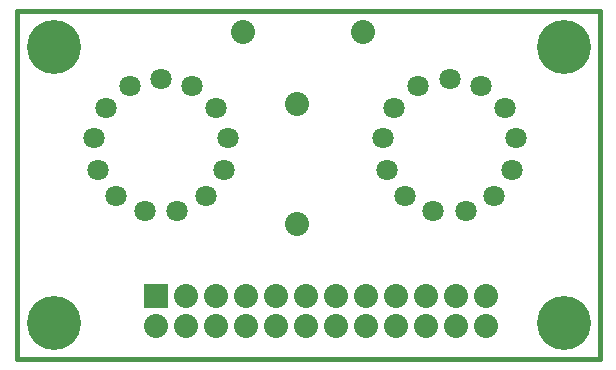
<source format=gts>
G04 (created by PCBNEW-RS274X (2011-04-29 BZR 2986)-stable) date 8/31/2011 10:38:09 PM*
G01*
G70*
G90*
%MOIN*%
G04 Gerber Fmt 3.4, Leading zero omitted, Abs format*
%FSLAX34Y34*%
G04 APERTURE LIST*
%ADD10C,0.006000*%
%ADD11C,0.015000*%
%ADD12R,0.080000X0.080000*%
%ADD13C,0.080000*%
%ADD14C,0.180000*%
%ADD15C,0.071200*%
G04 APERTURE END LIST*
G54D10*
G54D11*
X07800Y-18600D02*
X27200Y-18600D01*
X07800Y-07000D02*
X27200Y-07000D01*
X07781Y-07000D02*
X07781Y-18600D01*
X27200Y-18600D02*
X27200Y-07000D01*
G54D12*
X12400Y-16500D03*
G54D13*
X12400Y-17500D03*
X13400Y-16500D03*
X13400Y-17500D03*
X14400Y-16500D03*
X14400Y-17500D03*
X15400Y-16500D03*
X15400Y-17500D03*
X16400Y-16500D03*
X16400Y-17500D03*
X17400Y-16500D03*
X17400Y-17500D03*
X18400Y-16500D03*
X18400Y-17500D03*
X19400Y-16500D03*
X19400Y-17500D03*
X20400Y-16500D03*
X20400Y-17500D03*
X21400Y-16500D03*
X21400Y-17500D03*
X22400Y-16500D03*
X22400Y-17500D03*
X23400Y-16500D03*
X23400Y-17500D03*
G54D14*
X26000Y-08200D03*
X26000Y-17400D03*
X09000Y-17400D03*
X09000Y-08200D03*
G54D15*
X12581Y-09256D03*
X13624Y-09512D03*
X14427Y-10224D03*
X14809Y-11228D03*
X14679Y-12295D03*
X14069Y-13181D03*
X13120Y-13677D03*
X12042Y-13677D03*
X11093Y-13181D03*
X10483Y-12295D03*
X10353Y-11228D03*
X10735Y-10224D03*
X11538Y-09512D03*
X22200Y-09256D03*
X23243Y-09512D03*
X24046Y-10224D03*
X24428Y-11228D03*
X24298Y-12295D03*
X23688Y-13181D03*
X22739Y-13677D03*
X21661Y-13677D03*
X20712Y-13181D03*
X20102Y-12295D03*
X19972Y-11228D03*
X20354Y-10224D03*
X21157Y-09512D03*
G54D13*
X15300Y-07700D03*
X19300Y-07700D03*
X17100Y-10100D03*
X17100Y-14100D03*
M02*

</source>
